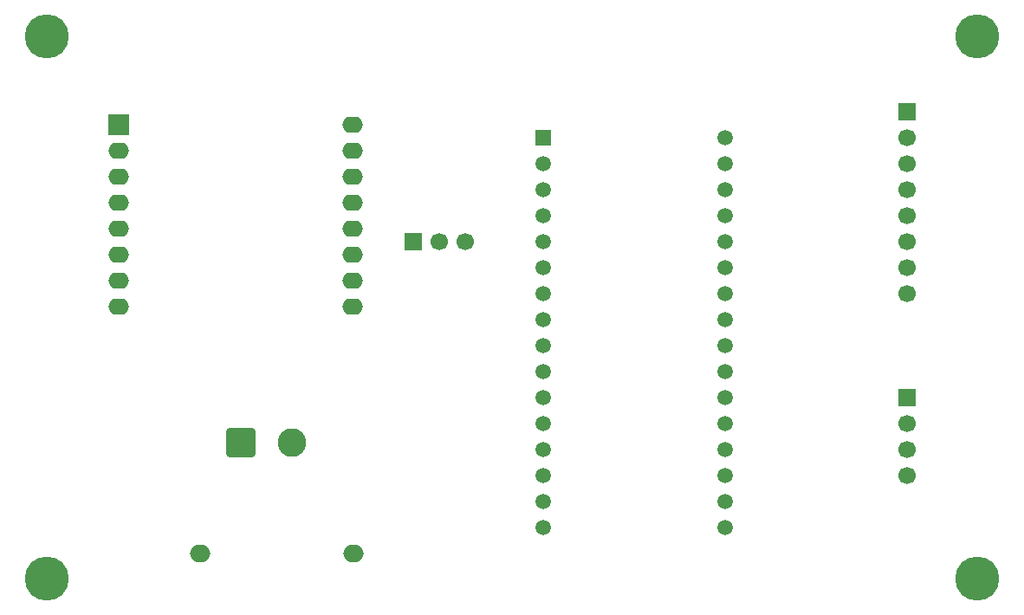
<source format=gbr>
%TF.GenerationSoftware,KiCad,Pcbnew,9.0.2*%
%TF.CreationDate,2025-07-07T09:36:45+02:00*%
%TF.ProjectId,luaos,6c75616f-732e-46b6-9963-61645f706362,rev?*%
%TF.SameCoordinates,Original*%
%TF.FileFunction,Soldermask,Top*%
%TF.FilePolarity,Negative*%
%FSLAX46Y46*%
G04 Gerber Fmt 4.6, Leading zero omitted, Abs format (unit mm)*
G04 Created by KiCad (PCBNEW 9.0.2) date 2025-07-07 09:36:45*
%MOMM*%
%LPD*%
G01*
G04 APERTURE LIST*
G04 Aperture macros list*
%AMRoundRect*
0 Rectangle with rounded corners*
0 $1 Rounding radius*
0 $2 $3 $4 $5 $6 $7 $8 $9 X,Y pos of 4 corners*
0 Add a 4 corners polygon primitive as box body*
4,1,4,$2,$3,$4,$5,$6,$7,$8,$9,$2,$3,0*
0 Add four circle primitives for the rounded corners*
1,1,$1+$1,$2,$3*
1,1,$1+$1,$4,$5*
1,1,$1+$1,$6,$7*
1,1,$1+$1,$8,$9*
0 Add four rect primitives between the rounded corners*
20,1,$1+$1,$2,$3,$4,$5,0*
20,1,$1+$1,$4,$5,$6,$7,0*
20,1,$1+$1,$6,$7,$8,$9,0*
20,1,$1+$1,$8,$9,$2,$3,0*%
G04 Aperture macros list end*
%ADD10R,1.500000X1.500000*%
%ADD11C,1.500000*%
%ADD12O,2.000000X1.700000*%
%ADD13C,2.800000*%
%ADD14RoundRect,0.250001X-1.149999X-1.149999X1.149999X-1.149999X1.149999X1.149999X-1.149999X1.149999X0*%
%ADD15C,4.300000*%
%ADD16C,1.700000*%
%ADD17R,1.700000X1.700000*%
%ADD18O,2.000000X1.600000*%
%ADD19R,2.000000X2.000000*%
G04 APERTURE END LIST*
D10*
%TO.C,U1*%
X96520000Y-88900000D03*
D11*
X96520000Y-91440000D03*
X96520000Y-93980000D03*
X96520000Y-96520000D03*
X96520000Y-99060000D03*
X96520000Y-101600000D03*
X96520000Y-104140000D03*
X96520000Y-106680000D03*
X96520000Y-109220000D03*
X96520000Y-111760000D03*
X96520000Y-114300000D03*
X96520000Y-116840000D03*
X96520000Y-119380000D03*
X96520000Y-121920000D03*
X96520000Y-124460000D03*
X96520000Y-127000000D03*
X114300000Y-88900000D03*
X114300000Y-91440000D03*
X114300000Y-93980000D03*
X114300000Y-96520000D03*
X114300000Y-99060000D03*
X114300000Y-101600000D03*
X114300000Y-104140000D03*
X114300000Y-106680000D03*
X114300000Y-109220000D03*
X114300000Y-111760000D03*
X114300000Y-114300000D03*
X114300000Y-116840000D03*
X114300000Y-119380000D03*
X114300000Y-121920000D03*
X114300000Y-124460000D03*
X114300000Y-127000000D03*
%TD*%
D12*
%TO.C,J5*%
X63025000Y-129540000D03*
X78025000Y-129540000D03*
%TD*%
D13*
%TO.C,J1*%
X71965000Y-118712500D03*
D14*
X66965000Y-118712500D03*
%TD*%
D15*
%TO.C,REF\u002A\u002A*%
X139000000Y-132000000D03*
%TD*%
%TO.C,REF\u002A\u002A*%
X48000000Y-132000000D03*
%TD*%
%TO.C,REF\u002A\u002A*%
X139000000Y-79000000D03*
%TD*%
%TO.C,REF\u002A\u002A*%
X48000000Y-79000000D03*
%TD*%
D16*
%TO.C,J2*%
X88900000Y-99060000D03*
X86360000Y-99060000D03*
D17*
X83820000Y-99060000D03*
%TD*%
D18*
%TO.C,U2*%
X77955000Y-87630000D03*
X77955000Y-90170000D03*
X77955000Y-92710000D03*
X77955000Y-95250000D03*
X77955000Y-97790000D03*
X77955000Y-100330000D03*
X77955000Y-102870000D03*
X77955000Y-105410000D03*
X55095000Y-105410000D03*
X55095000Y-102870000D03*
X55095000Y-100330000D03*
X55095000Y-97790000D03*
X55095000Y-95250000D03*
X55095000Y-92710000D03*
X55095000Y-90170000D03*
D19*
X55095000Y-87630000D03*
%TD*%
D16*
%TO.C,J4*%
X132080000Y-104140000D03*
X132080000Y-101600000D03*
X132080000Y-99060000D03*
X132080000Y-96520000D03*
X132080000Y-93980000D03*
X132080000Y-91440000D03*
X132080000Y-88900000D03*
D17*
X132080000Y-86360000D03*
%TD*%
D16*
%TO.C,J3*%
X132080000Y-121920000D03*
X132080000Y-119380000D03*
X132080000Y-116840000D03*
D17*
X132080000Y-114300000D03*
%TD*%
M02*

</source>
